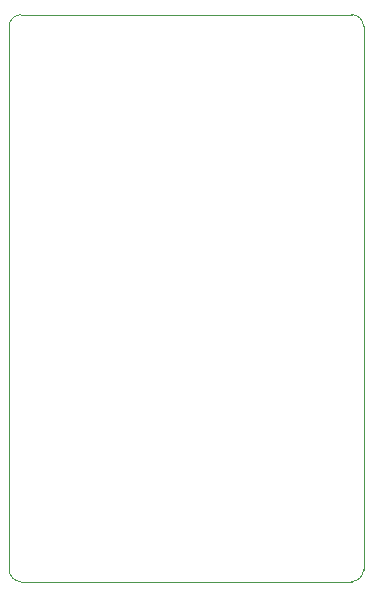
<source format=gbr>
%TF.GenerationSoftware,KiCad,Pcbnew,9.0.0*%
%TF.CreationDate,2025-04-04T15:09:20-04:00*%
%TF.ProjectId,left,6c656674-2e6b-4696-9361-645f70636258,rev?*%
%TF.SameCoordinates,Original*%
%TF.FileFunction,Profile,NP*%
%FSLAX46Y46*%
G04 Gerber Fmt 4.6, Leading zero omitted, Abs format (unit mm)*
G04 Created by KiCad (PCBNEW 9.0.0) date 2025-04-04 15:09:20*
%MOMM*%
%LPD*%
G01*
G04 APERTURE LIST*
%TA.AperFunction,Profile*%
%ADD10C,0.050000*%
%TD*%
G04 APERTURE END LIST*
D10*
X135000000Y-64000000D02*
G75*
G02*
X136000000Y-63000000I1000000J0D01*
G01*
X164000000Y-63000000D02*
G75*
G02*
X165000000Y-64000000I0J-1000000D01*
G01*
X164000000Y-63000000D02*
X136000000Y-63000000D01*
X165000000Y-64000000D02*
X165000000Y-110000000D01*
X164000000Y-111000000D02*
X136000000Y-111000000D01*
X136000000Y-111000000D02*
G75*
G02*
X135000000Y-110000000I0J1000000D01*
G01*
X165000000Y-110000000D02*
G75*
G02*
X164000000Y-111000000I-1000000J0D01*
G01*
X135000000Y-110000000D02*
X135000000Y-64000000D01*
M02*

</source>
